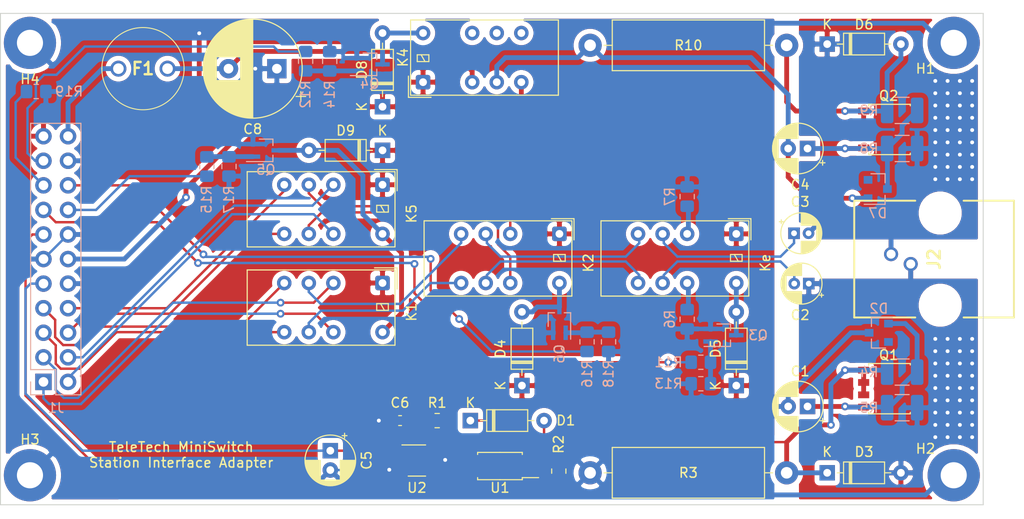
<source format=kicad_pcb>
(kicad_pcb (version 20211014) (generator pcbnew)
  (layers (0 "F.Cu" signal) (31 "B.Cu" signal) (34 "B.Paste" user) (35 "F.Paste" user) (36 "B.SilkS" user "B.Silkscreen") (37 "F.SilkS" user "F.Silkscreen") (38 "B.Mask" user) (39 "F.Mask" user) (44 "Edge.Cuts" user))
  (net 0 "")
  (net 1 "GND")
  (net 2 "Net-(C1-Pad1)")
  (net 3 "/AUDT")
  (net 4 "/TIP")
  (net 5 "/RING")
  (net 6 "/AUDR")
  (net 7 "Net-(C4-Pad2)")
  (net 8 "Net-(C4-Pad1)")
  (net 9 "+3V3")
  (net 10 "-48V")
  (net 11 "Net-(D1-Pad2)")
  (net 12 "Net-(D1-Pad1)")
  (net 13 "Net-(D4-Pad2)")
  (net 14 "+5V")
  (net 15 "Net-(D5-Pad2)")
  (net 16 "Net-(D6-Pad2)")
  (net 17 "Net-(D8-Pad2)")
  (net 18 "/LTSW")
  (net 19 "/VBATT")
  (net 20 "/RINGE")
  (net 21 "/LINE")
  (net 22 "/CINST")
  (net 23 "/LTSEL")
  (net 24 "/RTRIP")
  (net 25 "/AUDE")
  (net 26 "/VRING")
  (net 27 "Net-(J1-Pad8)")
  (net 28 "Net-(J1-Pad7)")
  (net 29 "Net-(J1-Pad6)")
  (net 30 "Net-(J1-Pad5)")
  (net 31 "Net-(J1-Pad4)")
  (net 32 "Net-(J1-Pad3)")
  (net 33 "Net-(J1-Pad2)")
  (net 34 "Net-(J1-Pad1)")
  (net 35 "Net-(K1-Pad9)")
  (net 36 "Net-(K1-Pad4)")
  (net 37 "Net-(K2-Pad10)")
  (net 38 "Net-(K2-Pad9)")
  (net 39 "Net-(K2-Pad4)")
  (net 40 "Net-(K2-Pad3)")
  (net 41 "Net-(K3-Pad10)")
  (net 42 "Net-(K3-Pad3)")
  (net 43 "Net-(K4-Pad10)")
  (net 44 "Net-(K4-Pad9)")
  (net 45 "Net-(K4-Pad8)")
  (net 46 "Net-(Q3-Pad1)")
  (net 47 "Net-(Q4-Pad1)")
  (net 48 "Net-(Q5-Pad1)")
  (net 49 "Net-(Q6-Pad1)")
  (net 50 "/HOOKS")
  (net 51 "Net-(U2-Pad1)")
  (footprint "Capacitor_THT:CP_Radial_D4.0mm_P1.50mm" (layer "F.Cu") (at 175.895 103.505 180)
    (fp_text reference "C2")
    (fp_text value "2.2u")
  )
  (footprint "Capacitor_THT:CP_Radial_D5.0mm_P2.00mm" (layer "F.Cu") (at 175.768 89.535 180)
    (fp_text reference "C4")
    (fp_text value "3.3u")
  )
  (footprint "Capacitor_SMD:C_0603_1608Metric_Pad1.08x0.95mm_HandSolder" (layer "F.Cu") (at 133.641 117.6655 180)
    (fp_text reference "C6")
    (fp_text value ".1u")
  )
  (footprint "Diode_THT:D_DO-35_SOD27_P7.62mm_Horizontal" (layer "F.Cu") (at 177.8 123.063)
    (fp_text reference "D3")
    (fp_text value "1N4148")
  )
  (footprint "Diode_THT:D_DO-35_SOD27_P7.62mm_Horizontal" (layer "F.Cu") (at 146.2405 114.046 90)
    (fp_text reference "D4")
    (fp_text value "1N4148")
  )
  (footprint "Diode_THT:D_DO-35_SOD27_P7.62mm_Horizontal" (layer "F.Cu") (at 131.826 85.217 90)
    (fp_text reference "D8")
    (fp_text value "1N4148")
  )
  (footprint "Diode_THT:D_DO-35_SOD27_P7.62mm_Horizontal" (layer "F.Cu") (at 131.826 89.7255 180)
    (fp_text reference "D9")
    (fp_text value "1N4148")
  )
  (footprint "Imported_Parts:00346605" (layer "F.Cu") (at 104.521 81.28)
    (fp_text reference "F1")
    (fp_text value "100mA" hide)
  )
  (footprint "MountingHole:MountingHole_2.7mm_M2.5_Pad" (layer "F.Cu") (at 190.881 78.613)
    (fp_text reference "H1")
    (fp_text value "MNT1")
  )
  (footprint "MountingHole:MountingHole_2.7mm_M2.5_Pad" (layer "F.Cu") (at 190.881 123.317)
    (fp_text reference "H2")
    (fp_text value "MNT2")
  )
  (footprint "Imported_Parts:RJE0112001" (layer "F.Cu") (at 184.404 100.457 90)
    (fp_text reference "J2")
    (fp_text value "6P2C" hide)
  )
  (footprint "Relay_THT:Relay_DPDT_Kemet_EC2" (layer "F.Cu") (at 150.114 98.3615 -90)
    (fp_text reference "K2")
    (fp_text value "EC2-5NU")
  )
  (footprint "Relay_THT:Relay_DPDT_Kemet_EC2" (layer "F.Cu") (at 136.017 82.677 90)
    (fp_text reference "K4")
    (fp_text value "EC2-5NU")
  )
  (footprint "Relay_THT:Relay_DPDT_Kemet_EC2" (layer "F.Cu") (at 131.826 93.2815 -90)
    (fp_text reference "K5")
    (fp_text value "EC2-5NU")
  )
  (footprint "Package_TO_SOT_SMD:LFPAK56" (layer "F.Cu") (at 184.404 114.3635)
    (fp_text reference "Q1")
    (fp_text value "PHPT61003PYX")
  )
  (footprint "Resistor_SMD:R_0805_2012Metric_Pad1.20x1.40mm_HandSolder" (layer "F.Cu") (at 137.4775 117.6655 180)
    (fp_text reference "R1")
    (fp_text value "1k")
  )
  (footprint "Package_SO:SOP-4_4.4x2.6mm_P1.27mm" (layer "F.Cu") (at 143.967 122.3645 180)
    (fp_text reference "U1")
    (fp_text value "TCMD1000")
  )
  (footprint "Package_TO_SOT_SMD:SOT-23-5" (layer "F.Cu") (at 135.382 121.793)
    (fp_text reference "U2")
    (fp_text value "NL17SZ14DBVT1G")
  )
  (footprint "Package_TO_SOT_SMD:LFPAK56" (layer "F.Cu") (at 184.404 87.5665)
    (fp_text reference "Q2")
    (fp_text value "PHPT61003NYX")
  )
  (footprint "Capacitor_THT:CP_Radial_D4.0mm_P1.50mm" (layer "F.Cu") (at 174.371 98.298)
    (fp_text reference "C3")
    (fp_text value "2.2u")
  )
  (footprint "Resistor_THT:R_Axial_DIN0516_L15.5mm_D5.0mm_P20.32mm_Horizontal" (layer "F.Cu") (at 153.289 123.063)
    (fp_text reference "R3")
    (fp_text value "200Ω")
  )
  (footprint "Resistor_THT:R_Axial_DIN0516_L15.5mm_D5.0mm_P20.32mm_Horizontal" (layer "F.Cu") (at 153.289 78.867)
    (fp_text reference "R10")
    (fp_text value "200Ω")
  )
  (footprint "Diode_THT:D_DO-35_SOD27_P7.62mm_Horizontal" (layer "F.Cu") (at 177.8 78.74)
    (fp_text reference "D6")
    (fp_text value "1N4148")
  )
  (footprint "Diode_THT:D_DO-35_SOD27_P7.62mm_Horizontal" (layer "F.Cu") (at 140.9065 117.6655)
    (fp_text reference "D1")
    (fp_text value "1N4148")
  )
  (footprint "MountingHole:MountingHole_2.7mm_M2.5_Pad" (layer "F.Cu") (at 95.377 123.317)
    (fp_text reference "H3")
    (fp_text value "MNT1")
  )
  (footprint "MountingHole:MountingHole_2.7mm_M2.5_Pad" (layer "F.Cu") (at 95.377 78.613)
    (fp_text reference "H4")
    (fp_text value "MNT1")
  )
  (footprint "Relay_THT:Relay_DPDT_Kemet_EC2" (layer "F.Cu") (at 168.402 98.3615 -90)
    (fp_text reference "Ke")
    (fp_text value "EC2-5NU")
  )
  (footprint "Relay_THT:Relay_DPDT_Kemet_EC2" (layer "F.Cu") (at 131.826 103.4415 -90)
    (fp_text reference "K1")
    (fp_text value "EC2-5NU")
  )
  (footprint "Resistor_SMD:R_0805_2012Metric_Pad1.20x1.40mm_HandSolder" (layer "F.Cu") (at 150.0505 122.8885 90)
    (fp_text reference "R2")
    (fp_text value "4.7k")
  )
  (footprint "Capacitor_THT:CP_Radial_D5.0mm_P2.00mm" (layer "F.Cu") (at 126.4285 120.777 -90)
    (fp_text reference "C5")
    (fp_text value "100u")
  )
  (footprint "Diode_THT:D_DO-35_SOD27_P7.62mm_Horizontal" (layer "F.Cu") (at 168.402 114.046 90)
    (fp_text reference "D5")
    (fp_text value "1N4148")
  )
  (footprint "Capacitor_THT:CP_Radial_D10.0mm_P5.00mm" (layer "F.Cu") (at 120.904 81.28 180)
    (fp_text reference "C8")
    (fp_text value "100u")
  )
  (footprint "Capacitor_THT:CP_Radial_D5.0mm_P2.00mm" (layer "F.Cu") (at 175.768 116.205 180)
    (fp_text reference "C1")
    (fp_text value "3.3u")
  )
  (footprint "Diode_SMD:D_SOT-23_ANK" (layer "B.Cu") (at 183.023 93.726)
    (fp_text reference "D7")
    (fp_text value "BZX84-C9V1")
  )
  (footprint "Connector_PinHeader_2.54mm:PinHeader_2x11_P2.54mm_Vertical" (layer "B.Cu") (at 96.774 113.665)
    (fp_text reference "J1")
    (fp_text value "Interface")
  )
  (footprint "Package_TO_SOT_SMD:SOT-323_SC-70_Handsoldering" (layer "B.Cu") (at 167.0685 108.839)
    (fp_text reference "Q3")
    (fp_text value "XP231N02013R-G")
  )
  (footprint "Package_TO_SOT_SMD:SOT-323_SC-70_Handsoldering" (layer "B.Cu") (at 119.761 89.7255)
    (fp_text reference "Q5")
    (fp_text value "XP231N02013R-G")
  )
  (footprint "Package_TO_SOT_SMD:SOT-323_SC-70_Handsoldering" (layer "B.Cu") (at 150.114 107.2515 90)
    (fp_text reference "Q6")
    (fp_text value "XP231N02013R-G")
  )
  (footprint "Resistor_SMD:R_1210_3225Metric_Pad1.30x2.65mm_HandSolder" (layer "B.Cu") (at 185.547 112.649 180)
    (fp_text reference "R4")
    (fp_text value "6.8k")
  )
  (footprint "Resistor_SMD:R_1210_3225Metric_Pad1.30x2.65mm_HandSolder" (layer "B.Cu") (at 185.547 116.332 180)
    (fp_text reference "R5")
    (fp_text value "6.8k")
  )
  (footprint "Resistor_SMD:R_0805_2012Metric_Pad1.20x1.40mm_HandSolder" (layer "B.Cu") (at 163.322 107.188 90)
    (fp_text reference "R6")
    (fp_text value "33k")
  )
  (footprint "Resistor_SMD:R_0805_2012Metric_Pad1.20x1.40mm_HandSolder" (layer "B.Cu") (at 163.322 94.504 -90)
    (fp_text reference "R7")
    (fp_text value "33k")
  )
  (footprint "Resistor_SMD:R_0805_2012Metric_Pad1.20x1.40mm_HandSolder" (layer "B.Cu") (at 123.8758 80.5086 -90)
    (fp_text reference "R12")
    (fp_text value "100Ω")
  )
  (footprint "Resistor_SMD:R_0805_2012Metric_Pad1.20x1.40mm_HandSolder" (layer "B.Cu") (at 126.365 80.518 -90)
    (fp_text reference "R14")
    (fp_text value "1k")
  )
  (footprint "Resistor_SMD:R_0805_2012Metric_Pad1.20x1.40mm_HandSolder" (layer "B.Cu") (at 113.665 91.3986 -90)
    (fp_text reference "R15")
    (fp_text value "100Ω")
  )
  (footprint "Resistor_SMD:R_0805_2012Metric_Pad1.20x1.40mm_HandSolder" (layer "B.Cu") (at 115.951 91.3925 -90)
    (fp_text reference "R17")
    (fp_text value "1k")
  )
  (footprint "Resistor_SMD:R_1210_3225Metric_Pad1.30x2.65mm_HandSolder" (layer "B.Cu") (at 185.547 89.535 180)
    (fp_text reference "R8")
    (fp_text value "6.8k")
  )
  (footprint "Resistor_SMD:R_1210_3225Metric_Pad1.30x2.65mm_HandSolder" (layer "B.Cu") (at 185.547 85.598 180)
    (fp_text reference "R9")
    (fp_text value "6.8k")
  )
  (footprint "Diode_SMD:D_SOT-23_ANK" (layer "B.Cu") (at 183.134 108.585 180)
    (fp_text reference "D2")
    (fp_text value "BZX84-C9V1")
  )
  (footprint "Resistor_SMD:R_0805_2012Metric_Pad1.20x1.40mm_HandSolder" (layer "B.Cu") (at 164.735 113.8555)
    (fp_text reference "R13")
    (fp_text value "1k")
  )
  (footprint "Package_TO_SOT_SMD:SOT-323_SC-70_Handsoldering" (layer "B.Cu") (at 130.496 80.8355)
    (fp_text reference "Q4")
    (fp_text value "XP231N02013R-G")
  )
  (footprint "Resistor_SMD:R_0805_2012Metric_Pad1.20x1.40mm_HandSolder" (layer "B.Cu") (at 164.735 111.633)
    (fp_text reference "R11")
    (fp_text value "100Ω")
  )
  (footprint "Resistor_SMD:R_0805_2012Metric_Pad1.20x1.40mm_HandSolder" (layer "B.Cu") (at 155.194 109.5215 90)
    (fp_text reference "R18")
    (fp_text value "1k")
  )
  (footprint "Resistor_SMD:R_0805_2012Metric_Pad1.20x1.40mm_HandSolder" (layer "B.Cu") (at 152.9715 109.5215 90)
    (fp_text reference "R16")
    (fp_text value "100Ω")
  )
  (footprint "Resistor_SMD:R_0805_2012Metric_Pad1.20x1.40mm_HandSolder" (layer "B.Cu") (at 96.0214 83.6422)
    (fp_text reference "R19")
    (fp_text value "4.7k")
  )
  (gr_line (start 193.929 75.565) (end 92.329 75.565) (layer "Edge.Cuts") (width 0.1))
  (gr_line (start 92.329 75.565) (end 92.329 126.365) (layer "Edge.Cuts") (width 0.1))
  (gr_line (start 193.929 126.365) (end 193.929 75.565) (layer "Edge.Cuts") (width 0.1))
  (gr_line (start 92.329 126.365) (end 193.929 126.365) (layer "Edge.Cuts") (width 0.1))
  (gr_text "TeleTech MiniSwitch\nStation Interface Adapter" (at 111.0107 121.2088) (layer "F.SilkS") (effects (font (size 1 1))))
  (segment (start 134.282 122.743) (end 132.527 122.743) (width 0.25) (layer "F.Cu") (net 1))
  (segment (start 118.6688 82.4992) (end 117.6274 83.5406) (width 0.499872) (layer "F.Cu") (net 1))
  (segment (start 113.8174 83.5406) (end 112.8776 82.6008) (width 0.499872) (layer "F.Cu") (net 1))
  (segment (start 118.6688 81.28) (end 118.6688 82.4992) (width 0.499872) (layer "F.Cu") (net 1))
  (segment (start 132.7785 117.6655) (end 131.445 117.6655) (width 0.25) (layer "F.Cu") (net 1))
  (segment (start 117.6274 83.5406) (end 113.8174 83.5406) (width 0.499872) (layer "F.Cu") (net 1))
  (segment (start 140.7795 121.7295) (end 138.303 121.7295) (width 0.25) (layer "F.Cu") (net 1))
  (segment (start 132.7785 117.6655) (end 132.5245 117.6655) (width 0.25) (layer "F.Cu") (net 1))
  (segment (start 150.0505 121.8885) (end 152.1145 121.8885) (width 0.25) (layer "F.Cu") (net 1))
  (segment (start 152.1145 121.8885) (end 153.289 123.063) (width 0.25) (layer "F.Cu") (net 1))
  (segment (start 132.527 122.743) (end 132.5245 122.7455) (width 0.25) (layer "F.Cu") (net 1))
  (segment (start 112.8776 82.6008) (end 112.8776 77.6224) (width 0.499872) (layer "F.Cu") (net 1))
  (via (at 112.8776 77.6224) (size 0.8) (drill 0.4) (layers "F.Cu" "B.Cu") (net 1))
  (via (at 138.303 121.7295) (size 0.8) (drill 0.4) (layers "F.Cu" "B.Cu") (net 1))
  (via (at 118.6688 81.28) (size 0.8) (drill 0.4) (layers "F.Cu" "B.Cu") (net 1))
  (via (at 131.445 117.6655) (size 0.8) (drill 0.4) (layers "F.Cu" "B.Cu") (net 1))
  (via (at 132.5245 122.7455) (size 0.8) (drill 0.4) (layers "F.Cu" "B.Cu") (net 1))
  (segment (start 112.8776 77.6224) (end 114.4016 77.6224) (width 0.499872) (layer "B.Cu") (net 1))
  (segment (start 190.881 123.317) (end 189.992 123.317) (width 0.499872) (layer "B.Cu") (net 1))
  (segment (start 138.303 121.7295) (end 137.3505 121.7295) (width 0.25) (layer "B.Cu") (net 1))
  (segment (start 173.768 115.07363) (end 180.25663 108.585) (width 0.499872) (layer "B.Cu") (net 1))
  (segment (start 132.5245 122.7455) (end 133.0325 122.2375) (width 0.25) (layer "B.Cu") (net 1))
  (segment (start 99.314 98.425) (end 96.774 100.965) (width 0.25) (layer "B.Cu") (net 1))
  (segment (start 126.4285 122.777) (end 127.7178 122.777) (width 0.25) (layer "B.Cu") (net 1))
  (segment (start 180.25663 108.585) (end 182.134 108.585) (width 0.499872) (layer "B.Cu") (net 1))
  (segment (start 173.768 116.205) (end 173.768 115.07363) (width 0.499872) (layer "B.Cu") (net 1))
  (segment (start 173.768 116.205) (end 169.799 116.205) (width 0.499872) (layer "B.Cu") (net 1))
  (segment (start 187.96 125.349) (end 171.323 125.349) (width 0.499872) (layer "B.Cu") (net 1))
  (segment (start 189.738 78.613) (end 187.706 76.581) (width 0.499872) (layer "B.Cu") (net 1))
  (segment (start 190.881 78.613) (end 189.738 78.613) (width 0.499872) (layer "B.Cu") (net 1))
  (segment (start 189.992 123.317) (end 187.96 125.349) (width 0.499872) (layer "B.Cu") (net 1))
  (segment (start 187.706 76.581) (end 171.323 76.581) (width 0.499872) (layer "B.Cu") (net 1))
  (segment (start 120.904 81.28) (end 118.6688 81.28) (width 0.499872) (layer "B.Cu") (net 1))
  (segment (start 179.6415 116.2735) (end 181.569 116.2735) (width 0.499872) (layer "F.Cu") (net 2))
  (segment (start 175.768 116.205) (end 179.6415 116.205) (width 0.499872) (layer "F.Cu") (net 2))
  (via (at 179.6415 116.205) (size 0.8) (drill 0.4) (layers "F.Cu" "B.Cu") (net 2))
  (segment (start 179.6415 116.2735) (end 183.9385 116.2735) (width 0.499872) (layer "B.Cu") (net 2))
  (segment (start 185.547 114.059) (end 185.547 114.935) (width 0.499872) (layer "B.Cu") (net 2))
  (segment (start 187.097 112.649) (end 186.957 112.649) (width 0.499872) (layer "B.Cu") (net 2))
  (segment (start 184.15 116.332) (end 183.997 116.332) (width 0.499872) (layer "B.Cu") (net 2))
  (segment (start 185.867 107.635) (end 184.134 107.635) (width 0.499872) (layer "B.Cu") (net 2))
  (segment (start 185.547 114.935) (end 184.15 116.332) (width 0.499872) (layer "B.Cu") (net 2))
  (segment (start 187.097 108.865) (end 185.867 107.635) (width 0.499872) (layer "B.Cu") (net 2))
  (segment (start 183.9385 116.2735) (end 183.997 116.332) (width 0.499872) (layer "B.Cu") (net 2))
  (segment (start 187.097 112.649) (end 187.097 108.865) (width 0.499872) (layer "B.Cu") (net 2))
  (segment (start 186.957 112.649) (end 185.547 114.059) (width 0.499872) (layer "B.Cu") (net 2))
  (segment (start 184.134 116.469) (end 183.997 116.332) (width 0.499872) (layer "B.Cu") (net 2))
  (segment (start 174.395 102.64) (end 172.974 101.219) (width 0.25) (layer "B.Cu") (net 3))
  (segment (start 160.909 102.616) (end 160.909 103.4415) (width 0.25) (layer "B.Cu") (net 3))
  (segment (start 172.974 101.219) (end 162.306 101.219) (width 0.25) (layer "B.Cu") (net 3))
  (segment (start 174.395 103.505) (end 174.395 102.64) (width 0.25) (layer "B.Cu") (net 3))
  (segment (start 162.306 101.219) (end 160.909 102.616) (width 0.25) (layer "B.Cu") (net 3))
  (segment (start 186.434 112.7685) (end 184.839 114.3635) (width 0.499872) (layer "F.Cu") (net 4))
  (segment (start 186.434 101.477) (end 186.434 112.7685) (width 0.499872) (layer "F.Cu") (net 4))
  (via (at 191.516 119.38) (size 0.8) (drill 0.4) (layers "F.Cu" "B.Cu") (net 4))
  (via (at 190.246 119.38) (size 0.8) (drill 0.4) (layers "F.Cu" "B.Cu") (net 4))
  (via (at 188.976 119.38) (size 0.8) (drill 0.4) (layers "F.Cu" "B.Cu") (net 4))
  (via (at 192.786 118.11) (size 0.8) (drill 0.4) (layers "F.Cu" "B.Cu") (net 4))
  (via (at 191.516 118.11) (size 0.8) (drill 0.4) (layers "F.Cu" "B.Cu") (net 4))
  (via (at 190.246 118.11) (size 0.8) (drill 0.4) (layers "F.Cu" "B.Cu") (net 4))
  (via (at 188.976 118.11) (size 0.8) (drill 0.4) (layers "F.Cu" "B.Cu") (net 4))
  (via (at 192.786 116.84) (size 0.8) (drill 0.4) (layers "F.Cu" "B.Cu") (net 4))
  (via (at 191.516 116.84) (size 0.8) (drill 0.4) (layers "F.Cu" "B.Cu") (net 4))
  (via (at 190.246 116.84) (size 0.8) (drill 0.4) (layers "F.Cu" "B.Cu") (net 4))
  (via (at 188.976 116.84) (size 0.8) (drill 0.4) (layers "F.Cu" "B.Cu") (net 4))
  (via (at 192.786 115.57) (size 0.8) (drill 0.4) (layers "F.Cu" "B.Cu") (net 4))
  (via (at 191.516 115.57) (size 0.8) (drill 0.4) (layers "F.Cu" "B.Cu") (net 4))
  (via (at 190.246 115.57) (size 0.8) (drill 0.4) (layers "F.Cu" "B.Cu") (net 4))
  (via (at 188.976 115.57) (size 0.8) (drill 0.4) (layers "F.Cu" "B.Cu") (net 4))
  (via (at 192.786 114.3) (size 0.8) (drill 0.4) (layers "F.Cu" "B.Cu") (net 4))
  (via (at 191.516 114.3) (size 0.8) (drill 0.4) (layers "F.Cu" "B.Cu") (net 4))
  (via (at 190.246 114.3) (size 0.8) (drill 0.4) (layers "F.Cu" "B.Cu") (net 4))
  (via (at 188.976 114.3) (size 0.8) (drill 0.4) (layers "F.Cu" "B.Cu") (net 4))
  (via (at 192.786 113.03) (size 0.8) (drill 0.4) (layers "F.Cu" "B.Cu") (net 4))
  (via (at 191.516 113.03) (size 0.8) (drill 0.4) (layers "F.Cu" "B.Cu") (net 4))
  (via (at 190.246 113.03) (size 0.8) (drill 0.4) (layers "F.Cu" "B.Cu") (net 4))
  (via (at 188.976 113.03) (size 0.8) (drill 0.4) (layers "F.Cu" "B.Cu") (net 4))
  (via (at 192.786 111.76) (size 0.8) (drill 0.4) (layers "F.Cu" "B.Cu") (net 4))
  (via (at 191.516 111.76) (size 0.8) (drill 0.4) (layers "F.Cu" "B.Cu") (net 4))
  (via (at 190.246 111.76) (size 0.8) (drill 0.4) (layers "F.Cu" "B.Cu") (net 4))
  (via (at 188.976 111.76) (size 0.8) (drill 0.4) (layers "F.Cu" "B.Cu") (net 4))
  (via (at 192.786 110.49) (size 0.8) (drill 0.4) (layers "F.Cu" "B.Cu") (net 4))
  (via (at 191.516 110.49) (size 0.8) (drill 0.4) (layers "F.Cu" "B.Cu") (net 4))
  (via (at 190.246 110.49) (size 0.8) (drill 0.4) (layers "F.Cu" "B.Cu") (net 4))
  (via (at 188.976 110.49) (size 0.8) (drill 0.4) (layers "F.Cu" "B.Cu") (net 4))
  (via (at 192.786 109.22) (size 0.8) (drill 0.4) (layers "F.Cu" "B.Cu") (net 4))
  (via (at 191.516 109.22) (size 0.8) (drill 0.4) (layers "F.Cu" "B.Cu") (net 4))
  (via (at 190.246 109.22) (size 0.8) (drill 0.4) (layers "F.Cu" "B.Cu") (net 4))
  (via (at 188.976 109.22) (size 0.8) (drill 0.4) (layers "F.Cu" "B.Cu") (net 4))
  (via (at 192.786 119.38) (size 0.8) (drill 0.4) (layers "F.Cu" "B.Cu") (net 4))
  (segment (start 186.434 101.477) (end 186.434 103.503) (width 0.499872) (layer "B.Cu") (net 4))
  (segment (start 184.404 100.457) (end 184.404 88.0015) (width 0.499872) (layer "F.Cu") (net 5))
  (segment (start 184.404 88.0015) (end 184.839 87.5665) (width 0.499872) (layer "F.Cu") (net 5))
  (via (at 190.246 82.55) (size 0.8) (drill 0.4) (layers "F.Cu" "B.Cu") (net 5))
  (via (at 191.516 82.55) (size 0.8) (drill 0.4) (layers "F.Cu" "B.Cu") (net 5))
  (via (at 192.786 82.55) (size 0.8) (drill 0.4) (layers "F.Cu" "B.Cu") (net 5))
  (via (at 188.976 83.82) (size 0.8) (drill 0.4) (layers "F.Cu" "B.Cu") (net 5))
  (via (at 190.246 83.82) (size 0.8) (drill 0.4) (layers "F.Cu" "B.Cu") (net 5))
  (via (at 191.516 83.82) (size 0.8) (drill 0.4) (layers "F.Cu" "B.Cu") (net 5))
  (via (at 192.786 83.82) (size 0.8) (drill 0.4) (layers "F.Cu" "B.Cu") (net 5))
  (via (at 188.976 85.09) (size 0.8) (drill 0.4) (layers "F.Cu" "B.Cu") (net 5))
  (via (at 190.246 85.09) (size 0.8) (drill 0.4) (layers "F.Cu" "B.Cu") (net 5))
  (via (at 191.516 85.09) (size 0.8) (drill 0.4) (layers "F.Cu" "B.Cu") (net 5))
  (via (at 192.786 85.09) (size 0.8) (drill 0.4) (layers "F.Cu" "B.Cu") (net 5))
  (via (at 188.976 86.36) (size 0.8) (drill 0.4) (layers "F.Cu" "B.Cu") (net 5))
  (via (at 190.246 86.36) (size 0.8) (drill 0.4) (layers "F.Cu" "B.Cu") (net 5))
  (via (at 191.516 86.36) (size 0.8) (drill 0.4) (layers "F.Cu" "B.Cu") (net 5))
  (via (at 192.786 86.36) (size 0.8) (drill 0.4) (layers "F.Cu" "B.Cu") (net 5))
  (via (at 188.976 87.63) (size 0.8) (drill 0.4) (layers "F.Cu" "B.Cu") (net 5))
  (via (at 190.246 87.63) (size 0.8) (drill 0.4) (layers "F.Cu" "B.Cu") (net 5))
  (via (at 191.516 87.63) (size 0.8) (drill 0.4) (layers "F.Cu" "B.Cu") (net 5))
  (via (at 192.786 87.63) (size 0.8) (drill 0.4) (layers "F.Cu" "B.Cu") (net 5))
  (via (at 188.976 88.9) (size 0.8) (drill 0.4) (layers "F.Cu" "B.Cu") (net 5))
  (via (at 190.246 88.9) (size 0.8) (drill 0.4) (layers "F.Cu" "B.Cu") (net 5))
  (via (at 191.516 88.9) (size 0.8) (drill 0.4) (layers "F.Cu" "B.Cu") (net 5))
  (via (at 192.786 88.9) (size 0.8) (drill 0.4) (layers "F.Cu" "B.Cu") (net 5))
  (via (at 188.976 90.17) (size 0.8) (drill 0.4) (layers "F.Cu" "B.Cu") (net 5))
  (via (at 190.246 90.17) (size 0.8) (drill 0.4) (layers "F.Cu" "B.Cu") (net 5))
  (via (at 191.516 90.17) (size 0.8) (drill 0.4) (layers "F.Cu" "B.Cu") (net 5))
  (via (at 192.786 90.17) (size 0.8) (drill 0.4) (layers "F.Cu" "B.Cu") (net 5))
  (via (at 188.976 91.44) (size 0.8) (drill 0.4) (layers "F.Cu" "B.Cu") (net 5))
  (via (at 190.246 91.44) (size 0.8) (drill 0.4) (layers "F.Cu" "B.Cu") (net 5))
  (via (at 191.516 91.44) (size 0.8) (drill 0.4) (layers "F.Cu" "B.Cu") (net 5))
  (via (at 192.786 91.44) (size 0.8) (drill 0.4) (layers "F.Cu" "B.Cu") (net 5))
  (via (at 188.976 92.71) (size 0.8) (drill 0.4) (layers "F.Cu" "B.Cu") (net 5))
  (via (at 190.246 92.71) (size 0.8) (drill 0.4) (layers "F.Cu" "B.Cu") (net 5))
  (via (at 191.516 92.71) (size 0.8) (drill 0.4) (layers "F.Cu" "B.Cu") (net 5))
  (via (at 192.786 92.71) (size 0.8) (drill 0.4) (layers "F.Cu" "B.Cu") (net 5))
  (via (at 188.976 82.55) (size 0.8) (drill 0.4) (layers "F.Cu" "B.Cu") (net 5))
  (segment (start 184.404 100.457) (end 184.404 98.425) (width 0.499872) (layer "B.Cu") (net 5))
  (segment (start 162.306 100.711) (end 160.909 99.314) (width 0.25) (layer "B.Cu") (net 6))
  (segment (start 174.371 98.298) (end 174.371 99.314) (width 0.25) (layer "B.Cu") (net 6))
  (segment (start 160.909 99.314) (end 160.909 98.3615) (width 0.25) (layer "B.Cu") (net 6))
  (segment (start 172.974 100.711) (end 162.306 100.711) (width 0.25) (layer "B.Cu") (net 6))
  (segment (start 174.371 99.314) (end 172.974 100.711) (width 0.25) (layer "B.Cu") (net 6))
  (segment (start 175.9585 94.6785) (end 173.768 92.488) (width 0.499872) (layer "F.Cu") (net 7))
  (segment (start 180.4035 94.6785) (end 175.9585 94.6785) (width 0.499872) (layer "F.Cu") (net 7))
  (segment (start 173.768 92.488) (end 173.768 89.535) (width 0.499872) (layer "F.Cu") (net 7))
  (via (at 180.4035 94.6785) (size 0.8) (drill 0.4) (layers "F.Cu" "B.Cu") (net 7))
  (segment (start 182.023 94.676) (end 180.406 94.676) (width 0.499872) (layer "B.Cu") (net 7))
  (segment (start 169.926 80.137) (end 154.559 80.137) (width 0.499872) (layer "B.Cu") (net 7))
  (segment (start 143.637 81.026) (end 144.526 80.137) (width 0.499872) (layer "B.Cu") (net 7))
  (segment (start 173.768 83.979) (end 169.926 80.137) (width 0.499872) (layer "B.Cu") (net 7))
  (segment (start 180.406 94.676) (end 180.4035 94.6785) (width 0.499872) (layer "B.Cu") (net 7))
  (segment (start 152.019 80.137) (end 153.289 78.867) (width 0.499872) (layer "B.Cu") (net 7))
  (segment (start 143.637 82.677) (end 143.637 81.026) (width 0.499872) (layer "B.Cu") (net 7))
  (segment (start 154.559 80.137) (end 153.289 78.867) (width 0.499872) (layer "B.Cu") (net 7))
  (segment (start 173.768 89.535) (end 173.768 83.979) (width 0.499872) (layer "B.Cu") (net 7))
  (segment (start 144.526 80.137) (end 152.019 80.137) (width 0.499872) (layer "B.Cu") (net 7))
  (segment (start 179.705 89.535) (end 181.5105 89.535) (width 0.499872) (layer "F.Cu") (net 8))
  (segment (start 181.5105 89.535) (end 181.569 89.4765) (width 0.499872) (layer "F.Cu") (net 8))
  (via (at 179.6415 89.535) (size 0.8) (drill 0.4) (layers "F.Cu" "B.Cu") (net 8))
  (segment (start 184.023 93.726) (end 184.023 89.561) (width 0.499872) (layer "B.Cu") (net 8))
  (segment (start 184.023 89.561) (end 183.997 89.535) (width 0.499872) (layer "B.Cu") (net 8))
  (segment (start 185.547 87.174) (end 185.547 87.985) (width 0.499872) (layer "B.Cu") (net 8))
  (segment (start 185.547 87.985) (end 183.997 89.535) (width 0.499872) (layer "B.Cu") (net 8))
  (segment (start 179.6415 89.535) (end 175.768 89.535) (width 0.499872) (layer "B.Cu") (net 8))
  (segment (start 187.123 85.598) (end 185.547 87.174) (width 0.499872) (layer "B.Cu") (net 8))
  (segment (start 183.997 89.535) (end 179.705 89.535) (width 0.499872) (layer "B.Cu") (net 8))
  (segment (start 126.4285 120.777) (end 131.2545 120.777) (width 0.25) (layer "F.Cu") (net 9))
  (segment (start 136.482 117.67) (end 136.4775 117.6655) (width 0.25) (layer "F.Cu") (net 9))
  (segment (start 134.5035 118.9885) (end 134.5035 117.6655) (width 0.25) (layer "F.Cu") (net 9))
  (segment (start 132.842 119.1895) (end 134.3025 119.1895) (width 0.25) (layer "F.Cu") (net 9))
  (segment (start 134.3025 119.1895) (end 134.5035 118.9885) (width 0.25) (layer "F.Cu") (net 9))
  (segment (start 136.482 120.843) (end 136.482 117.67) (width 0.25) (layer "F.Cu") (net 9))
  (segment (start 131.2545 120.777) (end 132.842 119.1895) (width 0.25) (layer "F.Cu") (net 9))
  (segment (start 134.5035 117.6655) (end 136.4775 117.6655) (width 0.25) (layer "F.Cu") (net 9))
  (segment (start 96.774 103.505) (end 95.4405 103.505) (width 0.25) (layer "B.Cu") (net 9))
  (segment (start 94.9198 114.8842) (end 100.8126 120.777) (width 0.25) (layer "B.Cu") (net 9))
  (segment (start 100.8126 120.777) (end 126.4285 120.777) (width 0.25) (layer "B.Cu") (net 9))
  (segment (start 95.4405 103.505) (end 94.9198 104.0257) (width 0.25) (layer "B.Cu") (net 9))
  (segment (start 94.9198 104.0257) (end 94.9198 114.8842) (width 0.25) (layer "B.Cu") (net 9))
  (segment (start 139.065 79.502) (end 117.682 79.502) (width 0.499872) (layer "F.Cu") (net 10))
  (segment (start 117.682 79.502) (end 115.904 81.28) (width 0.499872) (layer "F.Cu") (net 10))
  (segment (start 141.097 81.534) (end 139.065 79.502) (width 0.499872) (layer "F.Cu") (net 10))
  (segment (start 141.097 82.677) (end 141.097 81.534) (width 0.499872) (layer "F.Cu") (net 10))
  (segment (start 115.904 81.28) (end 109.601 81.28) (width 0.499872) (layer "B.Cu") (net 10))
  (segment (start 179.6415 112.4535) (end 181.569 112.4535) (width 0.499872) (layer "F.Cu") (net 11))
  (segment (start 148.5265 117.6655) (end 148.5265 119.888) (width 0.25) (layer "F.Cu") (net 11))
  (segment (start 181.569 115.0035) (end 181.569 112.4535) (width 0.499872) (layer "F.Cu") (net 11))
  (segment (start 173.609 123.063) (end 173.609 119.888) (width 0.499872) (layer "F.Cu") (net 11))
  (segment (start 147.1545 121.26) (end 148.5265 119.888) (width 0.25) (layer "F.Cu") (net 11))
  (segment (start 175.387 118.11) (end 178.181 118.11) (width 0.499872) (layer "F.Cu") (net 11))
  (segment (start 147.1545 121.7295) (end 147.1545 121.26) (width 0.25) (layer "F.Cu") (net 11))
  (segment (start 148.5265 119.888) (end 173.609 119.888) (width 0.25) (layer "F.Cu") (net 11))
  (segment (start 173.609 119.888) (end 175.387 118.11) (width 0.499872) (layer "F.Cu") (net 11))
  (via (at 179.6415 112.4535) (size 0.8) (drill 0.4) (layers "F.Cu" "B.Cu") (net 11))
  (via (at 178.181 118.11) (size 0.8) (drill 0.4) (layers "F.Cu" "B.Cu") (net 11))
  (segment (start 179.6415 112.4535) (end 183.8015 112.4535) (width 0.499872) (layer "B.Cu") (net 11))
  (segment (start 178.181 113.914) (end 179.6415 112.4535) (width 0.499872) (layer "B.Cu") (net 11))
  (segment (start 183.8015 112.4535) (end 183.997 112.649) (width 0.499872) (layer "B.Cu") (net 11))
  (segment (start 173.609 123.063) (end 177.8 123.063) (width 0.499872) (layer "B.Cu") (net 11))
  (segment (start 178.181 118.11) (end 178.181 113.914) (width 0.499872) (layer "B.Cu") (net 11))
  (segment (start 150.0505 123.8885) (end 148.0435 123.8885) (width 0.25) (layer "F.Cu") (net 12))
  (segment (start 146.342 122.9995) (end 147.1545 122.9995) (width 0.25) (layer "F.Cu") (net 12))
  (segment (start 148.0435 123.8885) (end 147.1545 122.9995) (width 0.25) (layer "F.Cu") (net 12))
  (segment (start 145.2245 119.9515) (end 145.2245 121.882) (width 0.25) (layer "F.Cu") (net 12))
  (segment (start 145.2245 121.882) (end 146.342 122.9995) (width 0.25) (layer "F.Cu") (net 12))
  (segment (start 142.9385 117.6655) (end 145.2245 119.9515) (width 0.25) (layer "F.Cu") (net 12))
  (segment (start 140.9065 117.6655) (end 142.9385 117.6655) (width 0.25) (layer "F.Cu") (net 12))
  (segment (start 146.2405 106.426) (end 147.32 106.426) (width 0.499872) (layer "B.Cu") (net 13))
  (segment (start 150.114 105.9215) (end 150.114 103.4415) (width 0.499872) (layer "B.Cu") (net 13))
  (segment (start 147.32 106.426) (end 147.8245 105.9215) (width 0.499872) (layer "B.Cu") (net 13))
  (segment (start 147.8245 105.9215) (end 150.114 105.9215) (width 0.499872) (layer "B.Cu") (net 13))
  (segment (start 168.402 106.426) (end 168.402 108.8355) (width 0.499872) (layer "B.Cu") (net 15))
  (segment (start 168.402 108.8355) (end 168.3985 108.839) (width 0.499872) (layer "B.Cu") (net 15))
  (segment (start 168.402 103.4415) (end 168.402 106.426) (width 0.499872) (layer "B.Cu") (net 15))
  (segment (start 181.569 85.6565) (end 179.6465 85.6565) (width 0.499872) (layer "F.Cu") (net 16))
  (segment (start 179.6465 85.6565) (end 179.6415 85.6615) (width 0.499872) (layer "F.Cu") (net 16))
  (segment (start 179.6415 85.6615) (end 174.5615 85.6615) (width 0.499872) (layer "F.Cu") (net 16))
  (segment (start 181.569 85.6565) (end 181.569 88.2065) (width 0.499872) (layer "F.Cu") (net 16))
  (segment (start 174.5615 85.6615) (end 173.609 84.709) (width 0.499872) (layer "F.Cu") (net 16))
  (segment (start 173.609 84.709) (end 173.609 78.867) (width 0.499872) (layer "F.Cu") (net 16))
  (via (at 179.6415 85.6615) (size 0.8) (drill 0.4) (layers "F.Cu" "B.Cu") (net 16))
  (segment (start 179.6415 85.6615) (end 183.9595 85.6615) (width 0.499872) (layer "B.Cu") (net 16))
  (segment (start 185.42 78.74) (end 185.42 80.264) (width 0.499872) (layer "B.Cu") (net 16))
  (segment (start 185.42 80.264) (end 183.997 81.687) (width 0.499872) (layer "B.Cu") (net 16))
  (segment (start 183.997 81.687) (end 183.997 85.598) (width 0.499872) (layer "B.Cu") (net 16))
  (segment (start 183.9595 85.6615) (end 184.023 85.598) (width 0.499872) (layer "B.Cu") (net 16))
  (segment (start 131.826 77.597) (end 131.826 80.8355) (width 0.499872) (layer "B.Cu") (net 17))
  (segment (start 136.017 77.597) (end 131.826 77.597) (width 0.499872) (layer "B.Cu") (net 17))
  (segment (start 133.7945 106.553) (end 131.826 108.5215) (width 0.499872) (layer "F.Cu") (net 18))
  (segment (start 133.7945 100.33) (end 133.7945 106.553) (width 0.499872) (layer "F.Cu") (net 18))
  (segment (start 131.826 98.3615) (end 133.7945 100.33) (width 0.499872) (layer "F.Cu") (net 18))
  (segment (start 127.1905 89.7255) (end 124.206 89.7255) (width 0.499872) (layer "B.Cu") (net 18))
  (segment (start 129.794 96.3295) (end 129.794 92.329) (width 0.499872) (layer "B.Cu") (net 18))
  (segment (start 131.826 98.3615) (end 129.794 96.3295) (width 0.499872) (layer "B.Cu") (net 18))
  (segment (start 129.794 92.329) (end 127.1905 89.7255) (width 0.499872) (layer "B.Cu") (net 18))
  (segment (start 124.206 89.7255) (end 121.091 89.7255) (width 0.499872) (layer "B.Cu") (net 18))
  (segment (start 104.521 81.28) (end 102.87 81.28) (width 0.499872) (layer "B.Cu") (net 19))
  (segment (start 102.87 81.28) (end 99.314 84.836) (width 0.499872) (layer "B.Cu") (net 19))
  (segment (start 99.314 84.836) (end 99.314 88.265) (width 0.499872) (layer "B.Cu") (net 19))
  (segment (start 95.9866 84.5058) (end 95.9866 82.7532) (width 0.25) (layer "B.Cu") (net 20))
  (segment (start 95.9104 90.805) (end 96.774 90.805) (width 0.25) (layer "B.Cu") (net 20))
  (segment (start 120.5738 78.994) (end 101.0412 78.994) (width 0.25) (layer "B.Cu") (net 20))
  (segment (start 95.123 90.0176) (end 95.9104 90.805) (width 0.25) (layer "B.Cu") (net 20))
  (segment (start 96.8248 81.915) (end 98.1202 81.915) (width 0.25) (layer "B.Cu") (net 20))
  (segment (start 121.0884 79.5086) (end 120.5738 78.994) (width 0.25) (layer "B.Cu") (net 20))
  (segment (start 123.8758 79.5086) (end 121.0884 79.5086) (width 0.25) (layer "B.Cu") (net 20))
  (segment (start 95.9866 84.5058) (end 95.123 85.3694) (width 0.25) (layer "B.Cu") (net 20))
  (segment (start 95.123 85.3694) (end 95.123 90.0176) (width 0.25) (layer "B.Cu") (net 20))
  (segment (start 98.1202 81.915) (end 101.0412 78.994) (width 0.25) (layer "B.Cu") (net 20))
  (segment (start 95.9866 82.7532) (end 96.8248 81.915) (width 0.25) (layer "B.Cu") (net 20))
  (segment (start 106.172 93.345) (end 113.3094 100.4824) (width 0.25) (layer "F.Cu") (net 21))
  (segment (start 136.8044 104.2162) (end 136.8044 100.9396) (width 0.25) (layer "F.Cu") (net 21))
  (segment (start 139.7508 107.1626) (end 136.8044 104.2162) (width 0.25) (layer "F.Cu") (net 21))
  (segment (start 99.314 93.345) (end 106.172 93.345) (width 0.25) (layer "F.Cu") (net 21))
  (via (at 136.8044 100.9396) (size 0.8) (drill 0.4) (layers "F.Cu" "B.Cu") (net 21))
  (via (at 139.7508 107.1626) (size 0.8) (drill 0.4) (layers "F.Cu" "B.Cu") (net 21))
  (via (at 113.3094 100.4824) (size 0.8) (drill 0.4) (layers "F.Cu" "B.Cu") (net 21))
  (segment (start 143.1097 110.5215) (end 139.7508 107.1626) (width 0.25) (layer "B.Cu") (net 21))
  (segment (start 152.9715 110.5215) (end 143.1097 110.5215) (width 0.25) (layer "B.Cu") (net 21))
  (segment (start 113.3094 100.4824) (end 113.5634 100.7364) (width 0.25) (layer "B.Cu") (net 21))
  (segment (start 136.6012 100.7364) (end 136.8044 100.9396) (width 0.25) (layer "B.Cu") (net 21))
  (segment (start 113.5634 100.7364) (end 136.6012 100.7364) (width 0.25) (layer "B.Cu") (net 21))
  (segment (start 93.8944 84.7692) (end 95.0214 83.6422) (width 0.25) (layer "B.Cu") (net 22))
  (segment (start 96.774 93.345) (end 93.8944 90.4654) (width 0.25) (layer "B.Cu") (net 22))
  (segment (start 93.8944 90.4654) (end 93.8944 84.7692) (width 0.25) (layer "B.Cu") (net 22))
  (segment (start 105.696 92.3986) (end 102.2096 95.885) (width 0.25) (layer "B.Cu") (net 23))
  (segment (start 102.2096 95.885) (end 99.314 95.885) (width 0.25) (layer "B.Cu") (net 23))
  (segment (start 113.665 92.3986) (end 105.696 92.3986) (width 0.25) (layer "B.Cu") (net 23))
  (segment (start 135.3185 125.0315) (end 104.8639 125.0315) (width 0.25) (layer "F.Cu") (net 24))
  (segment (start 94.9198 99.1362) (end 95.631 98.425) (width 0.25) (layer "F.Cu") (net 24))
  (segment (start 136.482 122.743) (end 136.482 123.868) (width 0.25) (layer "F.Cu") (net 24))
  (segment (start 94.9198 115.0874) (end 94.9198 99.1362) (width 0.25) (layer "F.Cu") (net 24))
  (segment (start 136.482 123.868) (end 135.3185 125.0315) (width 0.25) (layer "F.Cu") (net 24))
  (segment (start 95.631 98.425) (end 96.774 98.425) (width 0.25) (layer "F.Cu") (net 24))
  (segment (start 104.8639 125.0315) (end 94.9198 115.0874) (width 0.25) (layer "F.Cu") (net 24))
  (segment (start 135.128 104.4956) (end 135.128 101.46141) (width 0.25) (layer "F.Cu") (net 25))
  (segment (start 96.774 95.885) (end 98.044 97.155) (width 0.25) (layer "F.Cu") (net 25))
  (segment (start 98.044 97.155) (end 108.534201 97.155) (width 0.25) (layer "F.Cu") (net 25))
  (segment (start 108.534201 97.155) (end 112.7506 101.371399) (width 0.25) (layer "F.Cu") (net 25))
  (segment (start 161.3662 111.633) (end 142.2654 111.633) (width 0.25) (layer "F.Cu") (net 25))
  (segment (start 142.2654 111.633) (end 135.128 104.4956) (width 0.25) (layer "F.Cu") (net 25))
  (via (at 161.3662 111.633) (size 0.8) (drill 0.4) (layers "F.Cu" "B.Cu") (net 25))
  (via (at 112.7506 101.371399) (size 0.8) (drill 0.4) (layers "F.Cu" "B.Cu") (net 25))
  (via (at 135.128 101.46141) (size 0.8) (drill 0.4) (layers "F.Cu" "B.Cu") (net 25))
  (segment (start 163.735 111.633) (end 161.3662 111.633) (width 0.25) (layer "B.Cu") (net 25))
  (segment (start 112.7506 101.371399) (end 135.037989 101.371399) (width 0.25) (layer "B.Cu") (net 25))
  (segment (start 135.037989 101.371399) (end 135.128 101.46141) (width 0.25) (layer "B.Cu") (net 25))
  (segment (start 143.6116 87.503) (end 146.177 84.9376) (width 0.499872) (layer "F.Cu") (net 26))
  (segment (start 111.506 93.6752) (end 117.6782 87.503) (width 0.499872) (layer "F.Cu") (net 26))
  (segment (start 117.6782 87.503) (end 143.6116 87.503) (width 0.499872) (layer "F.Cu") (net 26))
  (segment (start 111.506 94.5896) (end 111.506 93.6752) (width 0.499872) (layer "F.Cu") (net 26))
  (segment (start 146.177 84.9376) (end 146.177 82.677) (width 0.499872) (layer "F.Cu") (net 26))
  (via (at 111.506 94.5896) (size 0.8) (drill 0.4) (layers "F.Cu" "B.Cu") (net 26))
  (segment (start 105.1306 100.965) (end 111.506 94.5896) (width 0.499872) (layer "B.Cu") (net 26))
  (segment (start 99.314 100.965) (end 105.1306 100.965) (width 0.499872) (layer "B.Cu") (net 26))
  (segment (start 121.666 93.9038) (end 109.5248 106.045) (width 0.25) (layer "F.Cu") (net 27))
  (segment (start 121.666 93.2815) (end 121.666 93.9038) (width 0.25) (layer "F.Cu") (net 27))
  (segment (start 109.5248 106.045) (end 99.314 106.045) (width 0.25) (layer "F.Cu") (net 27))
  (segment (start 117.1575 107.95) (end 102.0445 107.95) (width 0.25) (layer "F.Cu") (net 28))
  (segment (start 97.9805 109.0295) (end 97.9805 107.2515) (width 0.25) (layer "F.Cu") (net 28))
  (segment (start 102.0445 107.95) (end 100.1395 109.855) (width 0.25) (layer "F.Cu") (net 28))
  (segment (start 97.9805 107.2515) (end 96.774 106.045) (width 0.25) (layer "F.Cu") (net 28))
  (segment (start 98.806 109.855) (end 97.9805 109.0295) (width 0.25) (layer "F.Cu") (net 28))
  (segment (start 100.1395 109.855) (end 98.806 109.855) (width 0.25) (layer "F.Cu") (net 28))
  (segment (start 121.666 103.4415) (end 117.1575 107.95) (width 0.25) (layer "F.Cu") (net 28))
  (segment (start 118.0973 98.3615) (end 109.8423 106.6165) (width 0.25) (layer "F.Cu") (net 29))
  (segment (start 109.8423 106.6165) (end 101.2825 106.6165) (width 0.25) (layer "F.Cu") (net 29))
  (segment (start 101.2825 106.6165) (end 99.314 108.585) (width 0.25) (layer "F.Cu") (net 29))
  (segment (start 121.666 98.3615) (end 118.0973 98.3615) (width 0.25) (layer "F.Cu") (net 29))
  (segment (start 98.044 109.88041) (end 96.774 108.61041) (width 0.25) (layer "F.Cu") (net 30))
  (segment (start 104.3305 108.5215) (end 100.551999 112.300001) (width 0.25) (layer "F.Cu") (net 30))
  (segment (start 121.666 108.5215) (end 104.3305 108.5215) (width 0.25) (layer "F.Cu") (net 30))
  (segment (start 98.560001 112.300001) (end 98.044 111.784) (width 0.25) (layer "F.Cu") (net 30))
  (segment (start 100.551999 112.300001) (end 98.560001 112.300001) (width 0.25) (layer "F.Cu") (net 30))
  (segment (start 96.774 108.61041) (end 96.774 108.585) (width 0.25) (layer "F.Cu") (net 30))
  (segment (start 98.044 111.784) (end 98.044 109.88041) (width 0.25) (layer "F.Cu") (net 30))
  (segment (start 116.4971 95.4405) (end 100.8126 111.125) (width 0.25) (layer "B.Cu") (net 31))
  (segment (start 126.746 93.2815) (end 124.587 95.4405) (width 0.25) (layer "B.Cu") (net 31))
  (segment (start 124.587 95.4405) (end 116.4971 95.4405) (width 0.25) (layer "B.Cu") (net 31))
  (segment (start 100.8126 111.125) (end 99.314 111.125) (width 0.25) (layer "B.Cu") (net 31))
  (segment (start 126.746 103.4415) (end 124.714 105.4735) (width 0.25) (layer "F.Cu") (net 32))
  (segment (start 124.714 105.4735) (end 121.285 105.4735) (width 0.25) (layer "F.Cu") (net 32))
  (via (at 121.285 105.4735) (size 0.8) (drill 0.4) (layers "F.Cu" "B.Cu") (net 32))
  (segment (start 110.1725 105.4735) (end 100.33 115.316) (width 0.25) (layer "B.Cu") (net 32))
  (segment (start 100.33 115.316) (end 98.8695 115.316) (width 0.25) (layer "B.Cu") (net 32))
  (segment (start 98.8695 115.316) (end 98.044 114.4905) (width 0.25) (layer "B.Cu") (net 32))
  (segment (start 98.044 112.395) (end 96.774 111.125) (width 0.25) (layer "B.Cu") (net 32))
  (segment (start 98.044 114.4905) (end 98.044 112.395) (width 0.25) (layer "B.Cu") (net 32))
  (segment (start 121.285 105.4735) (end 110.1725 105.4735) (width 0.25) (layer "B.Cu") (net 32))
  (segment (start 124.714 96.3295) (end 116.2685 96.3295) (width 0.25) (layer "B.Cu") (net 33))
  (segment (start 116.2685 96.3295) (end 99.314 113.284) (width 0.25) (layer "B.Cu") (net 33))
  (segment (start 99.314 113.284) (end 99.314 113.665) (width 0.25) (layer "B.Cu") (net 33))
  (segment (start 126.746 98.3615) (end 124.714 96.3295) (width 0.25) (layer "B.Cu") (net 33))
  (segment (start 124.841 106.6165) (end 121.285 106.6165) (width 0.25) (layer "F.Cu") (net 34))
  (segment (start 126.746 108.5215) (end 124.841 106.6165) (width 0.25) (layer "F.Cu") (net 34))
  (via (at 121.285 106.6165) (size 0.8) (drill 0.4) (layers "F.Cu" "B.Cu") (net 34))
  (segment (start 121.285 106.6165) (end 109.982 106.6165) (width 0.25) (layer "B.Cu") (net 34))
  (segment (start 109.982 106.6165) (end 100.6475 115.951) (width 0.25) (layer "B.Cu") (net 34))
  (segment (start 96.774 115.3795) (end 96.774 113.665) (width 0.25) (layer "B.Cu") (net 34))
  (segment (start 100.6475 115.951) (end 97.3455 115.951) (width 0.25) (layer "B.Cu") (net 34))
  (segment (start 97.3455 115.951) (end 96.774 115.3795) (width 0.25) (layer "B.Cu") (net 34))
  (segment (start 133.9215 106.299) (end 125.476 106.299) (width 0.25) (layer "B.Cu") (net 35))
  (segment (start 139.954 103.4415) (end 136.779 103.4415) (width 0.25) (layer "B.Cu") (net 35))
  (segment (start 124.206 107.569) (end 124.206 108.5215) (width 0.25) (layer "B.Cu") (net 35))
  (segment (start 125.476 106.299) (end 124.206 107.569) (width 0.25) (layer "B.Cu") (net 35))
  (segment (start 136.779 103.4415) (end 133.9215 106.299) (width 0.25) (layer "B.Cu") (net 35))
  (segment (start 124.206 104.3686) (end 124.206 103.4415) (width 0.25) (layer "B.Cu") (net 36))
  (segment (start 133.6421 105.6005) (end 125.4379 105.6005) (width 0.25) (layer "B.Cu") (net 36))
  (segment (start 139.954 98.3615) (end 139.954 99.2886) (width 0.25) (layer "B.Cu") (net 36))
  (segment (start 139.954 99.2886) (end 133.6421 105.6005) (width 0.25) (layer "B.Cu") (net 36))
  (segment (start 125.4379 105.6005) (end 124.206 104.3686) (width 0.25) (layer "B.Cu") (net 36))
  (segment (start 143.764 97.155) (end 142.748 96.139) (width 0.25) (layer "F.Cu") (net 37))
  (segment (start 143.764 99.441) (end 143.764 97.155) (width 0.25) (layer "F.Cu") (net 37))
  (segment (start 142.748 96.139) (end 125.5395 96.139) (width 0.25) (layer "F.Cu") (net 37))
  (segment (start 145.034 103.4415) (end 145.034 100.711) (width 0.25) (layer "F.Cu") (net 37))
  (segment (start 145.034 100.711) (end 143.764 99.441) (width 0.25) (layer "F.Cu") (net 37))
  (segment (start 125.5395 96.139) (end 124.206 97.4725) (width 0.25) (layer "F.Cu") (net 37))
  (segment (start 124.206 97.4725) (end 124.206 98.3615) (width 0.25) (layer "F.Cu") (net 37))
  (segment (start 156.972 101.219) (end 144.018 101.219) (width 0.25) (layer "B.Cu") (net 38))
  (segment (start 144.018 101.219) (end 142.621 102.616) (width 0.25) (layer "B.Cu") (net 38))
  (segment (start 142.621 102.616) (end 142.621 103.4415) (width 0.25) (layer "B.Cu") (net 38))
  (segment (start 158.369 103.4415) (end 158.369 102.616) (width 0.25) (layer "B.Cu") (net 38))
  (segment (start 158.369 102.616) (end 156.972 101.219) (width 0.25) (layer "B.Cu") (net 38))
  (segment (start 158.369 98.3615) (end 158.369 99.314) (width 0.25) (layer "B.Cu") (net 39))
  (segment (start 158.369 99.314) (end 156.972 100.711) (width 0.25) (layer "B.Cu") (net 39))
  (segment (start 156.972 100.711) (end 144.018 100.711) (width 0.25) (layer "B.Cu") (net 39))
  (segment (start 144.018 100.711) (end 142.621 99.314) (width 0.25) (layer "B.Cu") (net 39))
  (segment (start 142.621 99.314) (end 142.621 98.3615) (width 0.25) (layer "B.Cu") (net 39))
  (segment (start 124.206 94.1705) (end 124.206 93.2815) (width 0.25) (layer "F.Cu") (net 40))
  (segment (start 145.034 97.028) (end 143.51 95.504) (width 0.25) (layer "F.Cu") (net 40))
  (segment (start 145.034 98.3615) (end 145.034 97.028) (width 0.25) (layer "F.Cu") (net 40))
  (segment (start 125.5395 95.504) (end 124.206 94.1705) (width 0.25) (layer "F.Cu") (net 40))
  (segment (start 143.51 95.504) (end 125.5395 95.504) (width 0.25) (layer "F.Cu") (net 40))
  (segment (start 163.449 106.188) (end 163.449 103.4415) (width 0.499872) (layer "B.Cu") (net 41))
  (segment (start 163.449 95.504) (end 163.449 98.3615) (width 0.499872) (layer "B.Cu") (net 42))
  (segment (start 165.7385 113.852) (end 165.735 113.8555) (width 0.499872) (layer "B.Cu") (net 46))
  (segment (start 165.7385 109.489) (end 165.7385 113.852) (width 0.499872) (layer "B.Cu") (net 46))
  (segment (start 129.1429 81.5086) (end 129.166 81.4855) (width 0.499872) (layer "B.Cu") (net 47))
  (segment (start 123.8758 81.5086) (end 129.1429 81.5086) (width 0.499872) (layer "B.Cu") (net 47))
  (segment (start 118.431 90.3755) (end 113.6881 90.3755) (width 0.499872) (layer "B.Cu") (net 48))
  (segment (start 113.6881 90.3755) (end 113.665 90.3986) (width 0.499872) (layer "B.Cu") (net 48))
  (segment (start 152.9715 108.5215) (end 155.194 108.5215) (width 0.499872) (layer "B.Cu") (net 49))
  (segment (start 150.764 108.5815) (end 152.9115 108.5815) (width 0.499872) (layer "B.Cu") (net 49))
  (segment (start 152.9115 108.5815) (end 152.9715 108.5215) (width 0.499872) (layer "B.Cu") (net 49))
  (segment (start 138.811 119.888) (end 138.4775 119.5545) (width 0.25) (layer "F.Cu") (net 50))
  (segment (start 142.9385 122.4915) (end 142.9385 121.0945) (width 0.25) (layer "F.Cu") (net 50))
  (segment (start 142.4305 122.9995) (end 142.9385 122.4915) (width 0.25) (layer "F.Cu") (net 50))
  (segment (start 134.282 121.793) (end 136.892501 121.793) (width 0.25) (layer "F.Cu") (net 50))
  (segment (start 138.797501 119.888) (end 138.811 119.888) (width 0.25) (layer "F.Cu") (net 50))
  (segment (start 142.9385 121.0945) (end 142.113 120.269) (width 0.25) (layer "F.Cu") (net 50))
  (segment (start 138.4775 119.5545) (end 138.4775 117.6655) (width 0.25) (layer "F.Cu") (net 50))
  (segment (start 142.113 120.269) (end 139.192 120.269) (width 0.25) (layer "F.Cu") (net 50))
  (segment (start 139.192 120.269) (end 138.811 119.888) (width 0.25) (layer "F.Cu") (net 50))
  (segment (start 140.7795 122.9995) (end 142.4305 122.9995) (width 0.25) (layer "F.Cu") (net 50))
  (segment (start 136.892501 121.793) (end 138.797501 119.888) (width 0.25) (layer "F.Cu") (net 50))
  (zone (net 14) (net_name "+5V") (layer "F.Cu") (connect_pads (clearance 0.508)) (min_thickness 0.254) (fill yes (thermal_gap 0.508) (thermal_bridge_width 0.508))
    (polygon (pts (xy 172.339 126.365) (xy 92.329 126.365) (xy 92.329 75.565) (xy 172.339 75.565)))
  )
  (zone (net 4) (net_name "/TIP") (layer "F.Cu") (connect_pads (clearance 0.508)) (min_thickness 0.254) (fill yes (thermal_gap 0.508) (thermal_bridge_width 0.508))
    (polygon (pts (xy 193.929 126.365) (xy 174.879 126.365) (xy 174.879 102.997) (xy 193.929 102.997)))
  )
  (zone (net 5) (net_name "/RING") (layer "F.Cu") (connect_pads (clearance 0.508)) (min_thickness 0.254) (fill yes (thermal_gap 0.508) (thermal_bridge_width 0.508))
    (polygon (pts (xy 193.929 98.933) (xy 174.879 98.933) (xy 174.879 75.565) (xy 193.929 75.565)))
  )
  (zone (net 1) (net_name "GND") (layer "B.Cu") (connect_pads (clearance 0.508)) (min_thickness 0.254) (fill yes (thermal_gap 0.508) (thermal_bridge_width 0.508))
    (polygon (pts (xy 172.339 126.365) (xy 92.329 126.365) (xy 92.329 75.565) (xy 172.339 75.565)))
  )
  (zone (net 4) (net_name "/TIP") (layer "B.Cu") (connect_pads (clearance 0.508)) (min_thickness 0.254) (fill yes (thermal_gap 0.508) (thermal_bridge_width 0.508))
    (polygon (pts (xy 193.929 126.365) (xy 174.879 126.365) (xy 174.879 102.997) (xy 193.929 102.997)))
  )
  (zone (net 5) (net_name "/RING") (layer "B.Cu") (connect_pads (clearance 0.508)) (min_thickness 0.254) (fill yes (thermal_gap 0.508) (thermal_bridge_width 0.508))
    (polygon (pts (xy 193.929 98.933) (xy 174.879 98.933) (xy 174.879 75.565) (xy 193.929 75.565)))
  )
)
</source>
